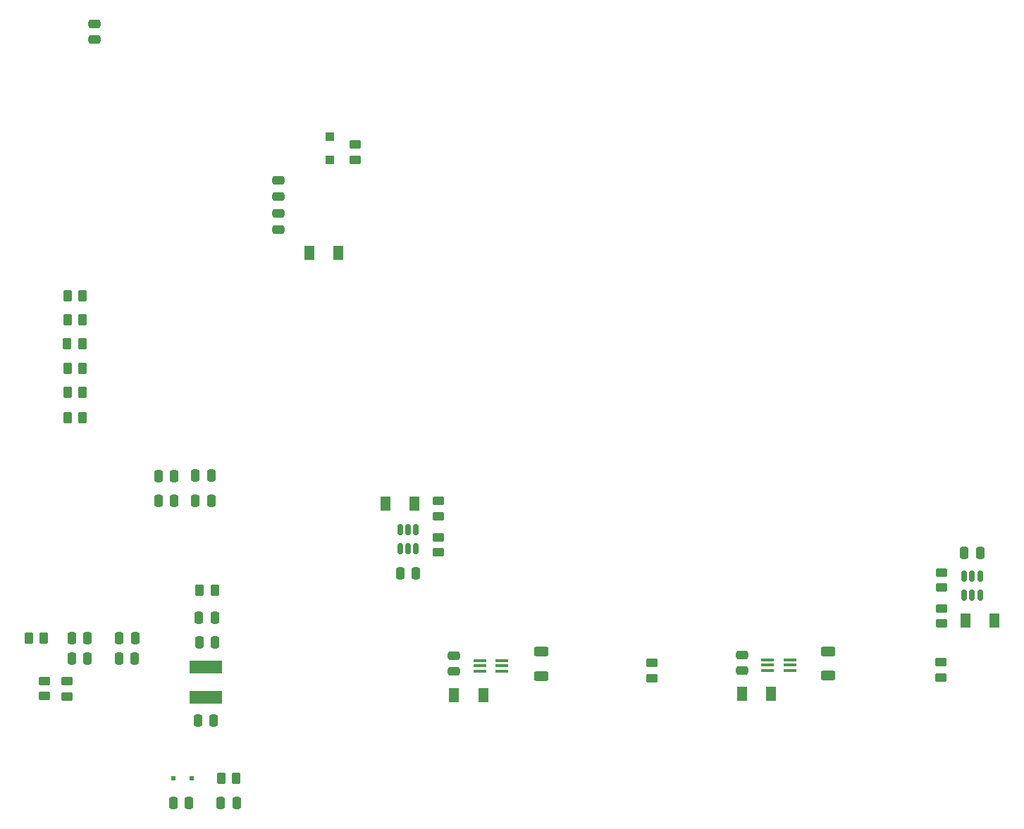
<source format=gbr>
%TF.GenerationSoftware,KiCad,Pcbnew,(6.0.1)*%
%TF.CreationDate,2022-06-06T22:12:23-07:00*%
%TF.ProjectId,MPPT,4d505054-2e6b-4696-9361-645f70636258,3.4.0*%
%TF.SameCoordinates,PX10b1ae8PY9b06478*%
%TF.FileFunction,Paste,Bot*%
%TF.FilePolarity,Positive*%
%FSLAX46Y46*%
G04 Gerber Fmt 4.6, Leading zero omitted, Abs format (unit mm)*
G04 Created by KiCad (PCBNEW (6.0.1)) date 2022-06-06 22:12:23*
%MOMM*%
%LPD*%
G01*
G04 APERTURE LIST*
G04 Aperture macros list*
%AMRoundRect*
0 Rectangle with rounded corners*
0 $1 Rounding radius*
0 $2 $3 $4 $5 $6 $7 $8 $9 X,Y pos of 4 corners*
0 Add a 4 corners polygon primitive as box body*
4,1,4,$2,$3,$4,$5,$6,$7,$8,$9,$2,$3,0*
0 Add four circle primitives for the rounded corners*
1,1,$1+$1,$2,$3*
1,1,$1+$1,$4,$5*
1,1,$1+$1,$6,$7*
1,1,$1+$1,$8,$9*
0 Add four rect primitives between the rounded corners*
20,1,$1+$1,$2,$3,$4,$5,0*
20,1,$1+$1,$4,$5,$6,$7,0*
20,1,$1+$1,$6,$7,$8,$9,0*
20,1,$1+$1,$8,$9,$2,$3,0*%
G04 Aperture macros list end*
%ADD10R,1.500000X0.400000*%
%ADD11RoundRect,0.250000X-0.450000X0.262500X-0.450000X-0.262500X0.450000X-0.262500X0.450000X0.262500X0*%
%ADD12RoundRect,0.250000X0.625000X-0.312500X0.625000X0.312500X-0.625000X0.312500X-0.625000X-0.312500X0*%
%ADD13RoundRect,0.250000X0.475000X-0.250000X0.475000X0.250000X-0.475000X0.250000X-0.475000X-0.250000X0*%
%ADD14R,1.300000X1.700000*%
%ADD15RoundRect,0.150000X-0.150000X0.512500X-0.150000X-0.512500X0.150000X-0.512500X0.150000X0.512500X0*%
%ADD16RoundRect,0.250000X0.450000X-0.262500X0.450000X0.262500X-0.450000X0.262500X-0.450000X-0.262500X0*%
%ADD17RoundRect,0.250000X-0.250000X-0.475000X0.250000X-0.475000X0.250000X0.475000X-0.250000X0.475000X0*%
%ADD18RoundRect,0.250000X0.250000X0.475000X-0.250000X0.475000X-0.250000X-0.475000X0.250000X-0.475000X0*%
%ADD19RoundRect,0.150000X0.150000X-0.512500X0.150000X0.512500X-0.150000X0.512500X-0.150000X-0.512500X0*%
%ADD20RoundRect,0.250000X-0.625000X0.312500X-0.625000X-0.312500X0.625000X-0.312500X0.625000X0.312500X0*%
%ADD21RoundRect,0.250000X0.262500X0.450000X-0.262500X0.450000X-0.262500X-0.450000X0.262500X-0.450000X0*%
%ADD22R,1.100000X1.100000*%
%ADD23R,4.000000X1.500000*%
%ADD24RoundRect,0.250000X-0.475000X0.250000X-0.475000X-0.250000X0.475000X-0.250000X0.475000X0.250000X0*%
%ADD25R,0.500000X0.500000*%
G04 APERTURE END LIST*
D10*
%TO.C,U502*%
X77460000Y-132934000D03*
X77460000Y-132284000D03*
X77460000Y-131634000D03*
X74800000Y-131634000D03*
X74800000Y-132284000D03*
X74800000Y-132934000D03*
%TD*%
D11*
%TO.C,R505*%
X69865000Y-118667500D03*
X69865000Y-116842500D03*
%TD*%
D12*
%TO.C,R501*%
X116665000Y-130562500D03*
X116665000Y-133487500D03*
%TD*%
D11*
%TO.C,R504*%
X130295000Y-127215000D03*
X130295000Y-125390000D03*
%TD*%
D13*
%TO.C,C502*%
X71720000Y-131059000D03*
X71720000Y-132959000D03*
%TD*%
D14*
%TO.C,D504*%
X66995000Y-112810000D03*
X63495000Y-112810000D03*
%TD*%
%TO.C,D502*%
X71715000Y-135859000D03*
X75215000Y-135859000D03*
%TD*%
D15*
%TO.C,U504*%
X65245000Y-118214882D03*
X66195000Y-118214882D03*
X67145000Y-118214882D03*
X67145000Y-115939882D03*
X66195000Y-115939882D03*
X65245000Y-115939882D03*
%TD*%
D16*
%TO.C,R506*%
X69850000Y-112487500D03*
X69850000Y-114312500D03*
%TD*%
D14*
%TO.C,D501*%
X106315000Y-135682500D03*
X109815000Y-135682500D03*
%TD*%
D16*
%TO.C,R503*%
X130300000Y-121055000D03*
X130300000Y-122880000D03*
%TD*%
D17*
%TO.C,C503*%
X134930000Y-118675000D03*
X133030000Y-118675000D03*
%TD*%
D18*
%TO.C,C504*%
X65240000Y-121145000D03*
X67140000Y-121145000D03*
%TD*%
D19*
%TO.C,U503*%
X134920000Y-121532500D03*
X133970000Y-121532500D03*
X133020000Y-121532500D03*
X133020000Y-123807500D03*
X133970000Y-123807500D03*
X134920000Y-123807500D03*
%TD*%
D10*
%TO.C,U501*%
X112050000Y-132847500D03*
X112050000Y-132197500D03*
X112050000Y-131547500D03*
X109390000Y-131547500D03*
X109390000Y-132197500D03*
X109390000Y-132847500D03*
%TD*%
D20*
%TO.C,R502*%
X82190000Y-133510000D03*
X82190000Y-130585000D03*
%TD*%
D14*
%TO.C,D503*%
X133165000Y-126845000D03*
X136665000Y-126845000D03*
%TD*%
D13*
%TO.C,C501*%
X106335000Y-130992500D03*
X106335000Y-132892500D03*
%TD*%
D14*
%TO.C,D301*%
X54350000Y-82610000D03*
X57850000Y-82610000D03*
%TD*%
D17*
%TO.C,C606*%
X31480000Y-131417500D03*
X33380000Y-131417500D03*
%TD*%
%TO.C,C601*%
X40640000Y-109425000D03*
X42540000Y-109425000D03*
%TD*%
D18*
%TO.C,C602*%
X42545000Y-112465000D03*
X40645000Y-112465000D03*
%TD*%
D21*
%TO.C,R202*%
X42990000Y-123235000D03*
X41165000Y-123235000D03*
%TD*%
D17*
%TO.C,C204*%
X41095000Y-129430000D03*
X42995000Y-129430000D03*
%TD*%
D16*
%TO.C,R603*%
X22490000Y-135937500D03*
X22490000Y-134112500D03*
%TD*%
D17*
%TO.C,C605*%
X31495000Y-128947500D03*
X33395000Y-128947500D03*
%TD*%
%TO.C,C607*%
X25790000Y-131427500D03*
X27690000Y-131427500D03*
%TD*%
%TO.C,C203*%
X40970000Y-138870000D03*
X42870000Y-138870000D03*
%TD*%
D18*
%TO.C,C202*%
X45592500Y-148770000D03*
X43692500Y-148770000D03*
%TD*%
D21*
%TO.C,R601*%
X22442500Y-128927500D03*
X20617500Y-128927500D03*
%TD*%
D22*
%TO.C,D401*%
X56760000Y-68665000D03*
X56760000Y-71465000D03*
%TD*%
D23*
%TO.C,L201*%
X41925000Y-136055000D03*
X41925000Y-132455000D03*
%TD*%
D16*
%TO.C,R404*%
X95465000Y-133787500D03*
X95465000Y-131962500D03*
%TD*%
D24*
%TO.C,C301*%
X50630000Y-77930000D03*
X50630000Y-79830000D03*
%TD*%
D11*
%TO.C,R602*%
X25180000Y-134127500D03*
X25180000Y-135952500D03*
%TD*%
D17*
%TO.C,C205*%
X41085000Y-126475000D03*
X42985000Y-126475000D03*
%TD*%
D21*
%TO.C,R701*%
X27097500Y-87820000D03*
X25272500Y-87820000D03*
%TD*%
D16*
%TO.C,R401*%
X130170000Y-133702500D03*
X130170000Y-131877500D03*
%TD*%
D21*
%TO.C,R201*%
X45572500Y-145810000D03*
X43747500Y-145810000D03*
%TD*%
D17*
%TO.C,C603*%
X36190000Y-109465000D03*
X38090000Y-109465000D03*
%TD*%
D18*
%TO.C,C201*%
X39877500Y-148805000D03*
X37977500Y-148805000D03*
%TD*%
%TO.C,C604*%
X38085000Y-112485000D03*
X36185000Y-112485000D03*
%TD*%
D21*
%TO.C,R704*%
X27097500Y-99450000D03*
X25272500Y-99450000D03*
%TD*%
D18*
%TO.C,C608*%
X27690000Y-128937500D03*
X25790000Y-128937500D03*
%TD*%
D25*
%TO.C,D201*%
X40162500Y-145835000D03*
X37962500Y-145835000D03*
%TD*%
D21*
%TO.C,R706*%
X27070000Y-93605000D03*
X25245000Y-93605000D03*
%TD*%
%TO.C,R705*%
X25265000Y-102440000D03*
X27090000Y-102440000D03*
%TD*%
D24*
%TO.C,C302*%
X50610000Y-73965000D03*
X50610000Y-75865000D03*
%TD*%
D11*
%TO.C,R402*%
X59885000Y-69650000D03*
X59885000Y-71475000D03*
%TD*%
D21*
%TO.C,R703*%
X25270000Y-96560000D03*
X27095000Y-96560000D03*
%TD*%
D13*
%TO.C,C101*%
X28535000Y-56995000D03*
X28535000Y-55095000D03*
%TD*%
D21*
%TO.C,R702*%
X27097500Y-90730000D03*
X25272500Y-90730000D03*
%TD*%
M02*

</source>
